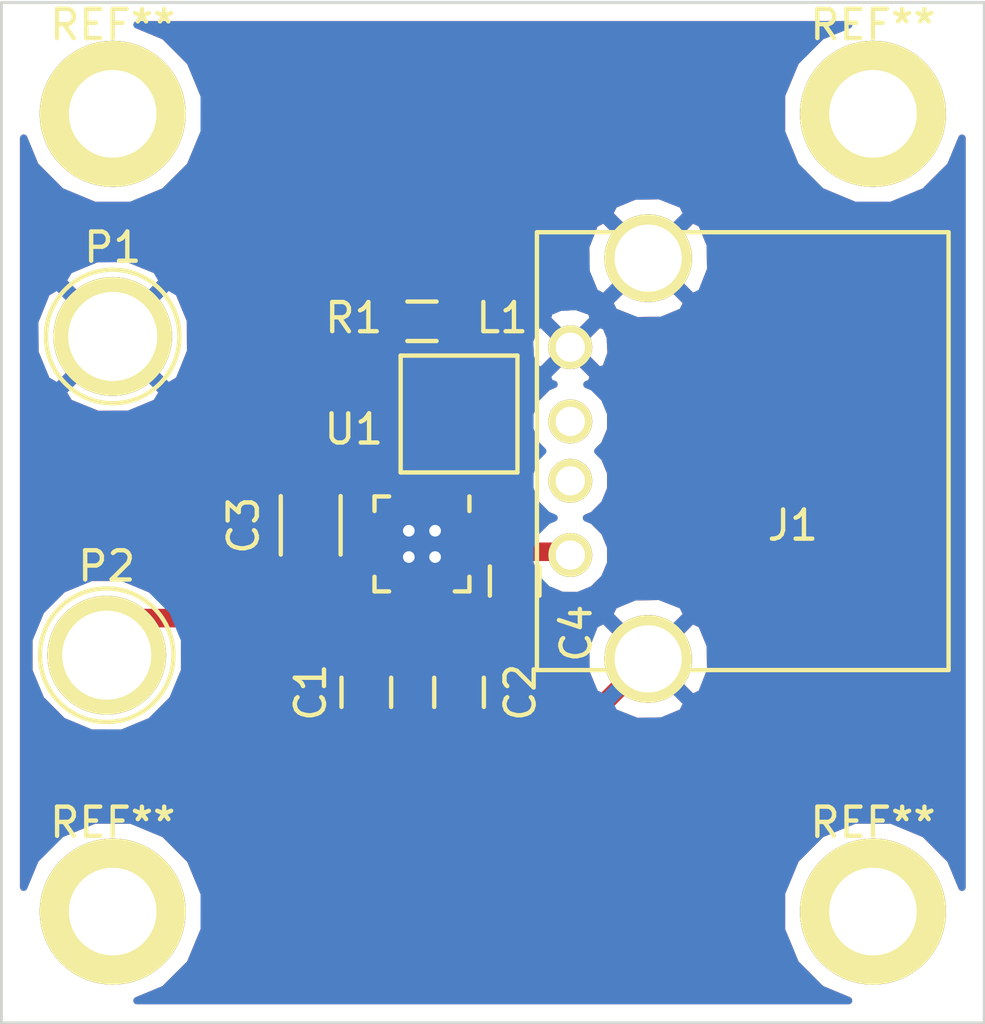
<source format=kicad_pcb>
(kicad_pcb (version 4) (host pcbnew "(2015-07-31 BZR 6030)-product")

  (general
    (links 31)
    (no_connects 0)
    (area 149.379999 88.322 183.135001 123.769)
    (thickness 1.6)
    (drawings 5)
    (tracks 70)
    (zones 0)
    (modules 14)
    (nets 9)
  )

  (page A4)
  (layers
    (0 F.Cu signal)
    (31 B.Cu signal)
    (32 B.Adhes user)
    (33 F.Adhes user)
    (34 B.Paste user)
    (35 F.Paste user)
    (36 B.SilkS user)
    (37 F.SilkS user)
    (38 B.Mask user)
    (39 F.Mask user)
    (40 Dwgs.User user)
    (41 Cmts.User user)
    (42 Eco1.User user)
    (43 Eco2.User user)
    (44 Edge.Cuts user)
    (45 Margin user)
    (46 B.CrtYd user)
    (47 F.CrtYd user)
    (48 B.Fab user)
    (49 F.Fab user)
  )

  (setup
    (last_trace_width 0.25)
    (user_trace_width 0.635)
    (trace_clearance 0.2)
    (zone_clearance 0.508)
    (zone_45_only no)
    (trace_min 0.2)
    (segment_width 0.2)
    (edge_width 0.1)
    (via_size 0.6)
    (via_drill 0.4)
    (via_min_size 0.4)
    (via_min_drill 0.3)
    (uvia_size 0.3)
    (uvia_drill 0.1)
    (uvias_allowed no)
    (uvia_min_size 0.2)
    (uvia_min_drill 0.1)
    (pcb_text_width 0.3)
    (pcb_text_size 1.5 1.5)
    (mod_edge_width 0.15)
    (mod_text_size 1 1)
    (mod_text_width 0.15)
    (pad_size 5 5)
    (pad_drill 3)
    (pad_to_mask_clearance 0)
    (aux_axis_origin 0 0)
    (grid_origin 164.035 107.2)
    (visible_elements FFFFFF7F)
    (pcbplotparams
      (layerselection 0x010f0_80000001)
      (usegerberextensions false)
      (excludeedgelayer true)
      (linewidth 0.100000)
      (plotframeref false)
      (viasonmask false)
      (mode 1)
      (useauxorigin false)
      (hpglpennumber 1)
      (hpglpenspeed 20)
      (hpglpendiameter 15)
      (hpglpenoverlay 2)
      (psnegative false)
      (psa4output false)
      (plotreference true)
      (plotvalue true)
      (plotinvisibletext false)
      (padsonsilk false)
      (subtractmaskfromsilk false)
      (outputformat 1)
      (mirror false)
      (drillshape 0)
      (scaleselection 1)
      (outputdirectory ""))
  )

  (net 0 "")
  (net 1 GND)
  (net 2 "Net-(C3-Pad1)")
  (net 3 "Net-(C4-Pad1)")
  (net 4 "Net-(J1-Pad3)")
  (net 5 "Net-(J1-Pad2)")
  (net 6 "Net-(L1-Pad1)")
  (net 7 "Net-(R1-Pad2)")
  (net 8 "Net-(C1-Pad1)")

  (net_class Default "This is the default net class."
    (clearance 0.2)
    (trace_width 0.25)
    (via_dia 0.6)
    (via_drill 0.4)
    (uvia_dia 0.3)
    (uvia_drill 0.1)
    (add_net GND)
    (add_net "Net-(C1-Pad1)")
    (add_net "Net-(C3-Pad1)")
    (add_net "Net-(C4-Pad1)")
    (add_net "Net-(J1-Pad2)")
    (add_net "Net-(J1-Pad3)")
    (add_net "Net-(L1-Pad1)")
    (add_net "Net-(R1-Pad2)")
  )

  (net_class Power ""
    (clearance 0.3)
    (trace_width 0.635)
    (via_dia 0.6)
    (via_drill 0.4)
    (uvia_dia 0.3)
    (uvia_drill 0.1)
  )

  (module Connect:1pin (layer F.Cu) (tedit 55DC7842) (tstamp 55DCF425)
    (at 153.24 119.9)
    (descr "module 1 pin (ou trou mecanique de percage)")
    (tags DEV)
    (fp_text reference REF** (at 0 -3.048) (layer F.SilkS)
      (effects (font (size 1 1) (thickness 0.15)))
    )
    (fp_text value 1pin (at 0 2.794) (layer F.Fab)
      (effects (font (size 1 1) (thickness 0.15)))
    )
    (fp_circle (center 0 0) (end 0 -2.286) (layer F.SilkS) (width 0.15))
    (pad 1 thru_hole circle (at 0 0) (size 5 5) (drill 3) (layers *.Cu *.Mask F.SilkS))
  )

  (module Connect:1pin (layer F.Cu) (tedit 55DC7842) (tstamp 55DCF416)
    (at 179.275 119.9)
    (descr "module 1 pin (ou trou mecanique de percage)")
    (tags DEV)
    (fp_text reference REF** (at 0 -3.048) (layer F.SilkS)
      (effects (font (size 1 1) (thickness 0.15)))
    )
    (fp_text value 1pin (at 0 2.794) (layer F.Fab)
      (effects (font (size 1 1) (thickness 0.15)))
    )
    (fp_circle (center 0 0) (end 0 -2.286) (layer F.SilkS) (width 0.15))
    (pad 1 thru_hole circle (at 0 0) (size 5 5) (drill 3) (layers *.Cu *.Mask F.SilkS))
  )

  (module Connect:1pin (layer F.Cu) (tedit 55DC7842) (tstamp 55DCF410)
    (at 179.275 92.595)
    (descr "module 1 pin (ou trou mecanique de percage)")
    (tags DEV)
    (fp_text reference REF** (at 0 -3.048) (layer F.SilkS)
      (effects (font (size 1 1) (thickness 0.15)))
    )
    (fp_text value 1pin (at 0 2.794) (layer F.Fab)
      (effects (font (size 1 1) (thickness 0.15)))
    )
    (fp_circle (center 0 0) (end 0 -2.286) (layer F.SilkS) (width 0.15))
    (pad 1 thru_hole circle (at 0 0) (size 5 5) (drill 3) (layers *.Cu *.Mask F.SilkS))
  )

  (module Capacitors_SMD:C_0805 (layer F.Cu) (tedit 55DC7022) (tstamp 55DC6F9C)
    (at 161.925 112.395 270)
    (descr "Capacitor SMD 0805, reflow soldering, AVX (see smccp.pdf)")
    (tags "capacitor 0805")
    (path /55365720)
    (attr smd)
    (fp_text reference C1 (at 0 1.905 270) (layer F.SilkS)
      (effects (font (size 1 1) (thickness 0.15)))
    )
    (fp_text value 10u (at 0 2.1 270) (layer F.Fab)
      (effects (font (size 1 1) (thickness 0.15)))
    )
    (fp_line (start -1.8 -1) (end 1.8 -1) (layer F.CrtYd) (width 0.05))
    (fp_line (start -1.8 1) (end 1.8 1) (layer F.CrtYd) (width 0.05))
    (fp_line (start -1.8 -1) (end -1.8 1) (layer F.CrtYd) (width 0.05))
    (fp_line (start 1.8 -1) (end 1.8 1) (layer F.CrtYd) (width 0.05))
    (fp_line (start 0.5 -0.85) (end -0.5 -0.85) (layer F.SilkS) (width 0.15))
    (fp_line (start -0.5 0.85) (end 0.5 0.85) (layer F.SilkS) (width 0.15))
    (pad 1 smd rect (at -1 0 270) (size 1 1.25) (layers F.Cu F.Paste F.Mask)
      (net 8 "Net-(C1-Pad1)"))
    (pad 2 smd rect (at 1 0 270) (size 1 1.25) (layers F.Cu F.Paste F.Mask)
      (net 1 GND))
    (model Capacitors_SMD.3dshapes/C_0805.wrl
      (at (xyz 0 0 0))
      (scale (xyz 1 1 1))
      (rotate (xyz 0 0 0))
    )
  )

  (module Capacitors_SMD:C_0805 (layer F.Cu) (tedit 5415D6EA) (tstamp 55DC6FA8)
    (at 165.1 112.395 270)
    (descr "Capacitor SMD 0805, reflow soldering, AVX (see smccp.pdf)")
    (tags "capacitor 0805")
    (path /553652BE)
    (attr smd)
    (fp_text reference C2 (at 0 -2.1 270) (layer F.SilkS)
      (effects (font (size 1 1) (thickness 0.15)))
    )
    (fp_text value 0.1u (at 0 2.1 270) (layer F.Fab)
      (effects (font (size 1 1) (thickness 0.15)))
    )
    (fp_line (start -1.8 -1) (end 1.8 -1) (layer F.CrtYd) (width 0.05))
    (fp_line (start -1.8 1) (end 1.8 1) (layer F.CrtYd) (width 0.05))
    (fp_line (start -1.8 -1) (end -1.8 1) (layer F.CrtYd) (width 0.05))
    (fp_line (start 1.8 -1) (end 1.8 1) (layer F.CrtYd) (width 0.05))
    (fp_line (start 0.5 -0.85) (end -0.5 -0.85) (layer F.SilkS) (width 0.15))
    (fp_line (start -0.5 0.85) (end 0.5 0.85) (layer F.SilkS) (width 0.15))
    (pad 1 smd rect (at -1 0 270) (size 1 1.25) (layers F.Cu F.Paste F.Mask)
      (net 8 "Net-(C1-Pad1)"))
    (pad 2 smd rect (at 1 0 270) (size 1 1.25) (layers F.Cu F.Paste F.Mask)
      (net 1 GND))
    (model Capacitors_SMD.3dshapes/C_0805.wrl
      (at (xyz 0 0 0))
      (scale (xyz 1 1 1))
      (rotate (xyz 0 0 0))
    )
  )

  (module Capacitors_SMD:C_1206 (layer F.Cu) (tedit 5415D7BD) (tstamp 55DC6FB4)
    (at 160.02 106.68 90)
    (descr "Capacitor SMD 1206, reflow soldering, AVX (see smccp.pdf)")
    (tags "capacitor 1206")
    (path /55365359)
    (attr smd)
    (fp_text reference C3 (at 0 -2.3 90) (layer F.SilkS)
      (effects (font (size 1 1) (thickness 0.15)))
    )
    (fp_text value 3.3n (at 0 2.3 90) (layer F.Fab)
      (effects (font (size 1 1) (thickness 0.15)))
    )
    (fp_line (start -2.3 -1.15) (end 2.3 -1.15) (layer F.CrtYd) (width 0.05))
    (fp_line (start -2.3 1.15) (end 2.3 1.15) (layer F.CrtYd) (width 0.05))
    (fp_line (start -2.3 -1.15) (end -2.3 1.15) (layer F.CrtYd) (width 0.05))
    (fp_line (start 2.3 -1.15) (end 2.3 1.15) (layer F.CrtYd) (width 0.05))
    (fp_line (start 1 -1.025) (end -1 -1.025) (layer F.SilkS) (width 0.15))
    (fp_line (start -1 1.025) (end 1 1.025) (layer F.SilkS) (width 0.15))
    (pad 1 smd rect (at -1.5 0 90) (size 1 1.6) (layers F.Cu F.Paste F.Mask)
      (net 2 "Net-(C3-Pad1)"))
    (pad 2 smd rect (at 1.5 0 90) (size 1 1.6) (layers F.Cu F.Paste F.Mask)
      (net 1 GND))
    (model Capacitors_SMD.3dshapes/C_1206.wrl
      (at (xyz 0 0 0))
      (scale (xyz 1 1 1))
      (rotate (xyz 0 0 0))
    )
  )

  (module Capacitors_SMD:C_0805 (layer F.Cu) (tedit 55DC7719) (tstamp 55DC6FC0)
    (at 167.005 108.585 270)
    (descr "Capacitor SMD 0805, reflow soldering, AVX (see smccp.pdf)")
    (tags "capacitor 0805")
    (path /55365C06)
    (attr smd)
    (fp_text reference C4 (at 1.79 -2.11 270) (layer F.SilkS)
      (effects (font (size 1 1) (thickness 0.15)))
    )
    (fp_text value 22u (at 0 2.1 270) (layer F.Fab)
      (effects (font (size 1 1) (thickness 0.15)))
    )
    (fp_line (start -1.8 -1) (end 1.8 -1) (layer F.CrtYd) (width 0.05))
    (fp_line (start -1.8 1) (end 1.8 1) (layer F.CrtYd) (width 0.05))
    (fp_line (start -1.8 -1) (end -1.8 1) (layer F.CrtYd) (width 0.05))
    (fp_line (start 1.8 -1) (end 1.8 1) (layer F.CrtYd) (width 0.05))
    (fp_line (start 0.5 -0.85) (end -0.5 -0.85) (layer F.SilkS) (width 0.15))
    (fp_line (start -0.5 0.85) (end 0.5 0.85) (layer F.SilkS) (width 0.15))
    (pad 1 smd rect (at -1 0 270) (size 1 1.25) (layers F.Cu F.Paste F.Mask)
      (net 3 "Net-(C4-Pad1)"))
    (pad 2 smd rect (at 1 0 270) (size 1 1.25) (layers F.Cu F.Paste F.Mask)
      (net 1 GND))
    (model Capacitors_SMD.3dshapes/C_0805.wrl
      (at (xyz 0 0 0))
      (scale (xyz 1 1 1))
      (rotate (xyz 0 0 0))
    )
  )

  (module Connect:USB_A (layer F.Cu) (tedit 0) (tstamp 55DC6FCE)
    (at 168.91 104.14)
    (path /5536550B)
    (fp_text reference J1 (at 7.62 2.54) (layer F.SilkS)
      (effects (font (size 1 1) (thickness 0.15)))
    )
    (fp_text value USB (at 7.62 -2.54) (layer F.Fab)
      (effects (font (size 1 1) (thickness 0.15)))
    )
    (fp_line (start -1.143 -7.493) (end 12.954 -7.493) (layer F.SilkS) (width 0.15))
    (fp_line (start 12.954 7.493) (end -1.143 7.493) (layer F.SilkS) (width 0.15))
    (fp_line (start -1.143 -7.493) (end -1.143 7.493) (layer F.SilkS) (width 0.15))
    (fp_line (start 12.954 -7.493) (end 12.954 7.493) (layer F.SilkS) (width 0.15))
    (pad 4 thru_hole circle (at 0 -3.556) (size 1.50114 1.50114) (drill 1.00076) (layers *.Cu *.Mask F.SilkS)
      (net 1 GND))
    (pad 3 thru_hole circle (at 0 -1.016) (size 1.50114 1.50114) (drill 1.00076) (layers *.Cu *.Mask F.SilkS)
      (net 4 "Net-(J1-Pad3)"))
    (pad 2 thru_hole circle (at 0 1.016) (size 1.50114 1.50114) (drill 1.00076) (layers *.Cu *.Mask F.SilkS)
      (net 5 "Net-(J1-Pad2)"))
    (pad 1 thru_hole circle (at 0 3.556) (size 1.50114 1.50114) (drill 1.00076) (layers *.Cu *.Mask F.SilkS)
      (net 3 "Net-(C4-Pad1)"))
    (pad 5 thru_hole circle (at 2.667 -6.604) (size 2.99974 2.99974) (drill 2.30124) (layers *.Cu *.Mask F.SilkS)
      (net 1 GND))
    (pad 6 thru_hole circle (at 2.667 7.112) (size 2.99974 2.99974) (drill 2.30124) (layers *.Cu *.Mask F.SilkS)
      (net 1 GND))
    (model Connect.3dshapes/USB_A.wrl
      (at (xyz 0 0 0))
      (scale (xyz 1 1 1))
      (rotate (xyz 0 0 0))
    )
  )

  (module custom_footprints:Coilcraft_XFL4020 (layer F.Cu) (tedit 55DC76F9) (tstamp 55DC6FD8)
    (at 165.1 102.87)
    (path /55365415)
    (fp_text reference L1 (at 1.475 -3.29) (layer F.SilkS)
      (effects (font (size 1 1) (thickness 0.15)))
    )
    (fp_text value 22u (at 0 -3.08) (layer F.Fab)
      (effects (font (size 1 1) (thickness 0.15)))
    )
    (fp_line (start -2 2) (end -2 -2) (layer F.SilkS) (width 0.15))
    (fp_line (start -2 2) (end 2 2) (layer F.SilkS) (width 0.15))
    (fp_line (start 2 2) (end 2 -2) (layer F.SilkS) (width 0.15))
    (fp_line (start 2 -2) (end -2 -2) (layer F.SilkS) (width 0.15))
    (pad 1 smd rect (at -1.355 0) (size 0.98 3.4) (layers F.Cu F.Paste F.Mask)
      (net 6 "Net-(L1-Pad1)"))
    (pad 2 smd rect (at 1.185 0) (size 0.98 3.4) (layers F.Cu F.Paste F.Mask)
      (net 3 "Net-(C4-Pad1)"))
  )

  (module Resistors_SMD:R_0603 (layer F.Cu) (tedit 55DC76FF) (tstamp 55DC6FE4)
    (at 163.83 99.695 180)
    (descr "Resistor SMD 0603, reflow soldering, Vishay (see dcrcw.pdf)")
    (tags "resistor 0603")
    (path /553655ED)
    (attr smd)
    (fp_text reference R1 (at 2.335 0.115 180) (layer F.SilkS)
      (effects (font (size 1 1) (thickness 0.15)))
    )
    (fp_text value 100k (at 0 1.9 180) (layer F.Fab)
      (effects (font (size 1 1) (thickness 0.15)))
    )
    (fp_line (start -1.3 -0.8) (end 1.3 -0.8) (layer F.CrtYd) (width 0.05))
    (fp_line (start -1.3 0.8) (end 1.3 0.8) (layer F.CrtYd) (width 0.05))
    (fp_line (start -1.3 -0.8) (end -1.3 0.8) (layer F.CrtYd) (width 0.05))
    (fp_line (start 1.3 -0.8) (end 1.3 0.8) (layer F.CrtYd) (width 0.05))
    (fp_line (start 0.5 0.675) (end -0.5 0.675) (layer F.SilkS) (width 0.15))
    (fp_line (start -0.5 -0.675) (end 0.5 -0.675) (layer F.SilkS) (width 0.15))
    (pad 1 smd rect (at -0.75 0 180) (size 0.5 0.9) (layers F.Cu F.Paste F.Mask)
      (net 3 "Net-(C4-Pad1)"))
    (pad 2 smd rect (at 0.75 0 180) (size 0.5 0.9) (layers F.Cu F.Paste F.Mask)
      (net 7 "Net-(R1-Pad2)"))
    (model Resistors_SMD.3dshapes/R_0603.wrl
      (at (xyz 0 0 0))
      (scale (xyz 1 1 1))
      (rotate (xyz 0 0 0))
    )
  )

  (module Housings_DFN_QFN:QFN-16-1EP_3x3mm_Pitch0.5mm (layer F.Cu) (tedit 55DC7709) (tstamp 55DC7007)
    (at 163.83 107.315 270)
    (descr "16-Lead Plastic Quad Flat, No Lead Package (NG) - 3x3x0.9 mm Body [QFN]; (see Microchip Packaging Specification 00000049BS.pdf)")
    (tags "QFN 0.5")
    (path /55DAB52A)
    (clearance 0.1)
    (attr smd)
    (fp_text reference U1 (at -3.925 2.335 360) (layer F.SilkS)
      (effects (font (size 1 1) (thickness 0.15)))
    )
    (fp_text value TPS62133 (at 0 2.85 270) (layer F.Fab)
      (effects (font (size 1 1) (thickness 0.15)))
    )
    (fp_line (start -2.1 -2.1) (end -2.1 2.1) (layer F.CrtYd) (width 0.05))
    (fp_line (start 2.1 -2.1) (end 2.1 2.1) (layer F.CrtYd) (width 0.05))
    (fp_line (start -2.1 -2.1) (end 2.1 -2.1) (layer F.CrtYd) (width 0.05))
    (fp_line (start -2.1 2.1) (end 2.1 2.1) (layer F.CrtYd) (width 0.05))
    (fp_line (start 1.625 -1.625) (end 1.625 -1.125) (layer F.SilkS) (width 0.15))
    (fp_line (start -1.625 1.625) (end -1.625 1.125) (layer F.SilkS) (width 0.15))
    (fp_line (start 1.625 1.625) (end 1.625 1.125) (layer F.SilkS) (width 0.15))
    (fp_line (start -1.625 -1.625) (end -1.125 -1.625) (layer F.SilkS) (width 0.15))
    (fp_line (start -1.625 1.625) (end -1.125 1.625) (layer F.SilkS) (width 0.15))
    (fp_line (start 1.625 1.625) (end 1.125 1.625) (layer F.SilkS) (width 0.15))
    (fp_line (start 1.625 -1.625) (end 1.125 -1.625) (layer F.SilkS) (width 0.15))
    (pad 1 smd oval (at -1.475 -0.75 270) (size 0.75 0.3) (layers F.Cu F.Paste F.Mask)
      (net 6 "Net-(L1-Pad1)"))
    (pad 2 smd oval (at -1.475 -0.25 270) (size 0.75 0.3) (layers F.Cu F.Paste F.Mask)
      (net 6 "Net-(L1-Pad1)"))
    (pad 3 smd oval (at -1.475 0.25 270) (size 0.75 0.3) (layers F.Cu F.Paste F.Mask)
      (net 6 "Net-(L1-Pad1)"))
    (pad 4 smd oval (at -1.475 0.75 270) (size 0.75 0.3) (layers F.Cu F.Paste F.Mask)
      (net 7 "Net-(R1-Pad2)"))
    (pad 5 smd oval (at -0.75 1.475) (size 0.75 0.3) (layers F.Cu F.Paste F.Mask)
      (net 1 GND))
    (pad 6 smd oval (at -0.25 1.475) (size 0.75 0.3) (layers F.Cu F.Paste F.Mask))
    (pad 7 smd oval (at 0.25 1.475) (size 0.75 0.3) (layers F.Cu F.Paste F.Mask)
      (net 1 GND))
    (pad 8 smd oval (at 0.75 1.475) (size 0.75 0.3) (layers F.Cu F.Paste F.Mask)
      (net 1 GND))
    (pad 9 smd oval (at 1.475 0.75 270) (size 0.75 0.3) (layers F.Cu F.Paste F.Mask)
      (net 2 "Net-(C3-Pad1)"))
    (pad 10 smd oval (at 1.475 0.25 270) (size 0.75 0.3) (layers F.Cu F.Paste F.Mask)
      (net 8 "Net-(C1-Pad1)"))
    (pad 11 smd oval (at 1.475 -0.25 270) (size 0.75 0.3) (layers F.Cu F.Paste F.Mask)
      (net 8 "Net-(C1-Pad1)"))
    (pad 12 smd oval (at 1.475 -0.75 270) (size 0.75 0.3) (layers F.Cu F.Paste F.Mask)
      (net 8 "Net-(C1-Pad1)"))
    (pad 13 smd oval (at 0.75 -1.475) (size 0.75 0.3) (layers F.Cu F.Paste F.Mask)
      (net 8 "Net-(C1-Pad1)"))
    (pad 14 smd oval (at 0.25 -1.475) (size 0.75 0.3) (layers F.Cu F.Paste F.Mask)
      (net 3 "Net-(C4-Pad1)"))
    (pad 15 smd oval (at -0.25 -1.475) (size 0.75 0.3) (layers F.Cu F.Paste F.Mask)
      (net 1 GND))
    (pad 16 smd oval (at -0.75 -1.475) (size 0.75 0.3) (layers F.Cu F.Paste F.Mask)
      (net 1 GND))
    (pad 17 smd rect (at 0.45 0.45 270) (size 0.9 0.9) (layers F.Cu F.Paste F.Mask)
      (net 1 GND) (solder_paste_margin_ratio -0.2))
    (pad 17 smd rect (at 0.45 -0.45 270) (size 0.9 0.9) (layers F.Cu F.Paste F.Mask)
      (net 1 GND) (solder_paste_margin_ratio -0.2))
    (pad 17 smd rect (at -0.45 0.45 270) (size 0.9 0.9) (layers F.Cu F.Paste F.Mask)
      (net 1 GND) (solder_paste_margin_ratio -0.2))
    (pad 17 smd rect (at -0.45 -0.45 270) (size 0.9 0.9) (layers F.Cu F.Paste F.Mask)
      (net 1 GND) (solder_paste_margin_ratio -0.2))
    (model Housings_DFN_QFN.3dshapes/QFN-16-1EP_3x3mm_Pitch0.5mm.wrl
      (at (xyz 0 0 0))
      (scale (xyz 1 1 1))
      (rotate (xyz 0 0 0))
    )
  )

  (module Connect:1pin (layer F.Cu) (tedit 0) (tstamp 55DCF291)
    (at 153.24 100.215)
    (descr "module 1 pin (ou trou mecanique de percage)")
    (tags DEV)
    (path /55DC75EC)
    (fp_text reference P1 (at 0 -3.048) (layer F.SilkS)
      (effects (font (size 1 1) (thickness 0.15)))
    )
    (fp_text value GND (at 0 2.794) (layer F.Fab)
      (effects (font (size 1 1) (thickness 0.15)))
    )
    (fp_circle (center 0 0) (end 0 -2.286) (layer F.SilkS) (width 0.15))
    (pad 1 thru_hole circle (at 0 0) (size 4.064 4.064) (drill 3.048) (layers *.Cu *.Mask F.SilkS)
      (net 1 GND))
  )

  (module Connect:1pin (layer F.Cu) (tedit 0) (tstamp 55DCF297)
    (at 153.035 111.125)
    (descr "module 1 pin (ou trou mecanique de percage)")
    (tags DEV)
    (path /55DC745F)
    (fp_text reference P2 (at 0 -3.048) (layer F.SilkS)
      (effects (font (size 1 1) (thickness 0.15)))
    )
    (fp_text value BATT+ (at 0 2.794) (layer F.Fab)
      (effects (font (size 1 1) (thickness 0.15)))
    )
    (fp_circle (center 0 0) (end 0 -2.286) (layer F.SilkS) (width 0.15))
    (pad 1 thru_hole circle (at 0 0) (size 4.064 4.064) (drill 3.048) (layers *.Cu *.Mask F.SilkS)
      (net 8 "Net-(C1-Pad1)"))
  )

  (module Connect:1pin (layer F.Cu) (tedit 55DC7842) (tstamp 55DCF3E3)
    (at 153.24 92.595)
    (descr "module 1 pin (ou trou mecanique de percage)")
    (tags DEV)
    (fp_text reference REF** (at 0 -3.048) (layer F.SilkS)
      (effects (font (size 1 1) (thickness 0.15)))
    )
    (fp_text value 1pin (at 0 2.794) (layer F.Fab)
      (effects (font (size 1 1) (thickness 0.15)))
    )
    (fp_circle (center 0 0) (end 0 -2.286) (layer F.SilkS) (width 0.15))
    (pad 1 thru_hole circle (at 0 0) (size 5 5) (drill 3) (layers *.Cu *.Mask F.SilkS))
  )

  (gr_line (start 149.43 123.71) (end 149.43 88.785) (angle 90) (layer Edge.Cuts) (width 0.1))
  (gr_line (start 183.085 123.71) (end 149.43 123.71) (angle 90) (layer Edge.Cuts) (width 0.1))
  (gr_line (start 183.085 88.785) (end 183.085 123.71) (angle 90) (layer Edge.Cuts) (width 0.1))
  (gr_line (start 179.91 88.785) (end 183.085 88.785) (angle 90) (layer Edge.Cuts) (width 0.1))
  (gr_line (start 149.43 88.785) (end 179.91 88.785) (angle 90) (layer Edge.Cuts) (width 0.1))

  (via (at 164.28 107.765) (size 0.6) (drill 0.4) (layers F.Cu B.Cu) (net 1))
  (segment (start 164.035 107.835) (end 164.21 107.835) (width 0.25) (layer B.Cu) (net 1) (tstamp 55DCF371))
  (segment (start 164.21 107.835) (end 164.28 107.765) (width 0.25) (layer B.Cu) (net 1) (tstamp 55DCF370))
  (via (at 163.38 107.765) (size 0.6) (drill 0.4) (layers F.Cu B.Cu) (net 1))
  (segment (start 163.4 107.835) (end 163.4 107.785) (width 0.25) (layer B.Cu) (net 1) (tstamp 55DCF36C))
  (segment (start 163.4 107.785) (end 163.38 107.765) (width 0.25) (layer B.Cu) (net 1) (tstamp 55DCF36B))
  (via (at 163.38 106.865) (size 0.6) (drill 0.4) (layers F.Cu B.Cu) (net 1))
  (segment (start 163.08 106.565) (end 163.38 106.865) (width 0.25) (layer F.Cu) (net 1) (tstamp 55DCF338))
  (segment (start 163.4 106.885) (end 163.4 107.2) (width 0.25) (layer B.Cu) (net 1) (tstamp 55DCF366))
  (segment (start 163.38 106.865) (end 163.4 106.885) (width 0.25) (layer B.Cu) (net 1) (tstamp 55DCF365))
  (via (at 164.28 106.865) (size 0.6) (drill 0.4) (layers F.Cu B.Cu) (net 1))
  (segment (start 164.035 107.2) (end 164.035 107.11) (width 0.25) (layer B.Cu) (net 1) (tstamp 55DCF360))
  (segment (start 164.035 107.11) (end 164.28 106.865) (width 0.25) (layer B.Cu) (net 1) (tstamp 55DCF35F))
  (segment (start 160.02 105.18) (end 160.97 105.18) (width 0.25) (layer F.Cu) (net 1))
  (segment (start 160.97 105.18) (end 162.355 106.565) (width 0.25) (layer F.Cu) (net 1) (tstamp 55DCF350))
  (segment (start 167.005 109.585) (end 167.005 113.55) (width 0.635) (layer F.Cu) (net 1))
  (segment (start 161.925 113.395) (end 165.1 113.395) (width 0.635) (layer F.Cu) (net 1))
  (segment (start 165.1 113.395) (end 165.255 113.55) (width 0.635) (layer F.Cu) (net 1) (tstamp 55DCF346))
  (segment (start 165.255 113.55) (end 167.005 113.55) (width 0.635) (layer F.Cu) (net 1) (tstamp 55DCF347))
  (segment (start 167.005 113.55) (end 169.279 113.55) (width 0.635) (layer F.Cu) (net 1) (tstamp 55DCF34D))
  (segment (start 169.279 113.55) (end 171.577 111.252) (width 0.635) (layer F.Cu) (net 1) (tstamp 55DCF348))
  (segment (start 162.355 106.565) (end 163.08 106.565) (width 0.25) (layer F.Cu) (net 1))
  (segment (start 165.305 107.065) (end 164.48 107.065) (width 0.25) (layer F.Cu) (net 1))
  (segment (start 164.48 107.065) (end 164.28 106.865) (width 0.25) (layer F.Cu) (net 1) (tstamp 55DCF335))
  (segment (start 165.305 106.565) (end 164.58 106.565) (width 0.25) (layer F.Cu) (net 1))
  (segment (start 164.58 106.565) (end 164.28 106.865) (width 0.25) (layer F.Cu) (net 1) (tstamp 55DCF332))
  (segment (start 162.355 108.065) (end 163.08 108.065) (width 0.25) (layer F.Cu) (net 1))
  (segment (start 163.08 108.065) (end 163.38 107.765) (width 0.25) (layer F.Cu) (net 1) (tstamp 55DCF323))
  (segment (start 162.355 107.565) (end 163.18 107.565) (width 0.25) (layer F.Cu) (net 1))
  (segment (start 163.18 107.565) (end 163.38 107.765) (width 0.25) (layer F.Cu) (net 1) (tstamp 55DCF320))
  (segment (start 163.08 108.79) (end 160.63 108.79) (width 0.25) (layer F.Cu) (net 2))
  (segment (start 160.63 108.79) (end 160.02 108.18) (width 0.25) (layer F.Cu) (net 2) (tstamp 55DCF31C))
  (segment (start 165.305 107.565) (end 166.985 107.565) (width 0.25) (layer F.Cu) (net 3))
  (segment (start 166.985 107.565) (end 167.005 107.585) (width 0.25) (layer F.Cu) (net 3) (tstamp 55DCF32A))
  (segment (start 164.58 99.695) (end 166.285 101.4) (width 0.635) (layer F.Cu) (net 3))
  (segment (start 166.285 101.4) (end 166.285 102.87) (width 0.635) (layer F.Cu) (net 3) (tstamp 55DCF2FE))
  (segment (start 166.285 102.87) (end 167.005 103.59) (width 0.635) (layer F.Cu) (net 3))
  (segment (start 167.005 103.59) (end 167.005 107.585) (width 0.635) (layer F.Cu) (net 3) (tstamp 55DCF2F9))
  (segment (start 167.005 107.585) (end 168.799 107.585) (width 0.635) (layer F.Cu) (net 3) (tstamp 55DCF2FA))
  (segment (start 168.799 107.585) (end 168.91 107.696) (width 0.635) (layer F.Cu) (net 3) (tstamp 55DCF2FB))
  (segment (start 164.58 105.84) (end 163.58 105.84) (width 0.25) (layer F.Cu) (net 6))
  (segment (start 163.58 105.84) (end 163.785 106.045) (width 0.25) (layer F.Cu) (net 6))
  (segment (start 163.785 106.045) (end 164.465 106.045) (width 0.25) (layer F.Cu) (net 6) (tstamp 55DCF2F4))
  (segment (start 164.465 106.045) (end 164.58 105.84) (width 0.25) (layer F.Cu) (net 6) (tstamp 55DCF2F6))
  (segment (start 164.58 105.84) (end 163.745 105.005) (width 0.25) (layer F.Cu) (net 6))
  (segment (start 163.745 105.005) (end 163.745 102.87) (width 0.25) (layer F.Cu) (net 6) (tstamp 55DCF2F1))
  (segment (start 163.58 105.84) (end 163.625 105.84) (width 0.25) (layer F.Cu) (net 6))
  (segment (start 163.625 105.84) (end 163.745 105.72) (width 0.25) (layer F.Cu) (net 6) (tstamp 55DCF2ED))
  (segment (start 163.745 105.72) (end 163.745 102.87) (width 0.25) (layer F.Cu) (net 6) (tstamp 55DCF2EE))
  (segment (start 164.08 105.84) (end 164.08 103.205) (width 0.635) (layer F.Cu) (net 6))
  (segment (start 164.08 103.205) (end 163.745 102.87) (width 0.635) (layer F.Cu) (net 6) (tstamp 55DCF2E9))
  (segment (start 163.08 105.84) (end 163.08 105.295) (width 0.25) (layer F.Cu) (net 7))
  (segment (start 162.56 100.215) (end 163.08 99.695) (width 0.25) (layer F.Cu) (net 7) (tstamp 55DCF2DF))
  (segment (start 162.56 104.775) (end 162.56 100.215) (width 0.25) (layer F.Cu) (net 7) (tstamp 55DCF2DE))
  (segment (start 163.08 105.295) (end 162.56 104.775) (width 0.25) (layer F.Cu) (net 7) (tstamp 55DCF2DD))
  (segment (start 163.58 108.79) (end 164.08 108.79) (width 0.25) (layer F.Cu) (net 8))
  (segment (start 165.305 108.065) (end 165.305 109.105) (width 0.25) (layer F.Cu) (net 8))
  (segment (start 165.305 109.105) (end 165.1 109.31) (width 0.25) (layer F.Cu) (net 8) (tstamp 55DCF327))
  (segment (start 163.58 108.79) (end 164.465 109.675) (width 0.25) (layer F.Cu) (net 8))
  (segment (start 164.08 108.79) (end 164.465 109.175) (width 0.635) (layer F.Cu) (net 8))
  (segment (start 164.465 109.175) (end 164.465 109.675) (width 0.635) (layer F.Cu) (net 8) (tstamp 55DCF312))
  (segment (start 164.465 109.675) (end 164.465 109.855) (width 0.635) (layer F.Cu) (net 8) (tstamp 55DCF318))
  (segment (start 164.58 108.79) (end 165.1 109.31) (width 0.635) (layer F.Cu) (net 8))
  (segment (start 165.1 109.31) (end 165.1 109.855) (width 0.635) (layer F.Cu) (net 8) (tstamp 55DCF30F))
  (segment (start 165.1 111.395) (end 165.1 109.855) (width 0.635) (layer F.Cu) (net 8))
  (segment (start 164.465 109.855) (end 161.925 109.855) (width 0.635) (layer F.Cu) (net 8) (tstamp 55DCF30A))
  (segment (start 165.1 109.855) (end 164.465 109.855) (width 0.635) (layer F.Cu) (net 8) (tstamp 55DCF30C))
  (segment (start 161.925 111.395) (end 161.925 109.855) (width 0.635) (layer F.Cu) (net 8))
  (segment (start 153.035 111.125) (end 154.305 109.855) (width 0.635) (layer F.Cu) (net 8))
  (segment (start 154.305 109.855) (end 161.925 109.855) (width 0.635) (layer F.Cu) (net 8) (tstamp 55DCF305))

  (zone (net 1) (net_name GND) (layer B.Cu) (tstamp 55DCF33D) (hatch edge 0.508)
    (connect_pads (clearance 0.508))
    (min_thickness 0.254)
    (fill yes (arc_segments 16) (thermal_gap 0.508) (thermal_bridge_width 0.508))
    (polygon
      (pts
        (xy 182.45 123.075) (xy 150.065 123.075) (xy 150.065 89.42) (xy 182.45 89.42) (xy 182.45 123.075)
      )
    )
    (filled_polygon
      (pts
        (xy 177.501485 89.935727) (xy 176.618826 90.816847) (xy 176.140546 91.968674) (xy 176.139457 93.215854) (xy 176.615727 94.368515)
        (xy 177.496847 95.251174) (xy 178.648674 95.729454) (xy 179.895854 95.730543) (xy 181.048515 95.254273) (xy 181.931174 94.373153)
        (xy 182.323 93.429531) (xy 182.323 119.067276) (xy 181.934273 118.126485) (xy 181.053153 117.243826) (xy 179.901326 116.765546)
        (xy 178.654146 116.764457) (xy 177.501485 117.240727) (xy 176.618826 118.121847) (xy 176.140546 119.273674) (xy 176.139457 120.520854)
        (xy 176.615727 121.673515) (xy 177.496847 122.556174) (xy 178.440469 122.948) (xy 154.072724 122.948) (xy 155.013515 122.559273)
        (xy 155.896174 121.678153) (xy 156.374454 120.526326) (xy 156.375543 119.279146) (xy 155.899273 118.126485) (xy 155.018153 117.243826)
        (xy 153.866326 116.765546) (xy 152.619146 116.764457) (xy 151.466485 117.240727) (xy 150.583826 118.121847) (xy 150.192 119.065469)
        (xy 150.192 111.653172) (xy 150.367538 111.653172) (xy 150.772709 112.633761) (xy 151.522293 113.384655) (xy 152.502173 113.791536)
        (xy 153.563172 113.792462) (xy 154.543761 113.387291) (xy 155.166261 112.765877) (xy 170.242728 112.765877) (xy 170.402495 113.084632)
        (xy 171.193217 113.394595) (xy 172.042366 113.378367) (xy 172.751505 113.084632) (xy 172.911272 112.765877) (xy 171.577 111.431605)
        (xy 170.242728 112.765877) (xy 155.166261 112.765877) (xy 155.294655 112.637707) (xy 155.701536 111.657827) (xy 155.702225 110.868217)
        (xy 169.434405 110.868217) (xy 169.450633 111.717366) (xy 169.744368 112.426505) (xy 170.063123 112.586272) (xy 171.397395 111.252)
        (xy 171.756605 111.252) (xy 173.090877 112.586272) (xy 173.409632 112.426505) (xy 173.719595 111.635783) (xy 173.703367 110.786634)
        (xy 173.409632 110.077495) (xy 173.090877 109.917728) (xy 171.756605 111.252) (xy 171.397395 111.252) (xy 170.063123 109.917728)
        (xy 169.744368 110.077495) (xy 169.434405 110.868217) (xy 155.702225 110.868217) (xy 155.702462 110.596828) (xy 155.347653 109.738123)
        (xy 170.242728 109.738123) (xy 171.577 111.072395) (xy 172.911272 109.738123) (xy 172.751505 109.419368) (xy 171.960783 109.109405)
        (xy 171.111634 109.125633) (xy 170.402495 109.419368) (xy 170.242728 109.738123) (xy 155.347653 109.738123) (xy 155.297291 109.616239)
        (xy 154.547707 108.865345) (xy 153.567827 108.458464) (xy 152.506828 108.457538) (xy 151.526239 108.862709) (xy 150.775345 109.612293)
        (xy 150.368464 110.592173) (xy 150.367538 111.653172) (xy 150.192 111.653172) (xy 150.192 103.398398) (xy 167.52419 103.398398)
        (xy 167.734686 103.907837) (xy 167.966507 104.140063) (xy 167.736056 104.370113) (xy 167.524671 104.879184) (xy 167.52419 105.430398)
        (xy 167.734686 105.939837) (xy 168.124113 106.329944) (xy 168.355381 106.425975) (xy 168.126163 106.520686) (xy 167.736056 106.910113)
        (xy 167.524671 107.419184) (xy 167.52419 107.970398) (xy 167.734686 108.479837) (xy 168.124113 108.869944) (xy 168.633184 109.081329)
        (xy 169.184398 109.08181) (xy 169.693837 108.871314) (xy 170.083944 108.481887) (xy 170.295329 107.972816) (xy 170.29581 107.421602)
        (xy 170.085314 106.912163) (xy 169.695887 106.522056) (xy 169.464619 106.426025) (xy 169.693837 106.331314) (xy 170.083944 105.941887)
        (xy 170.295329 105.432816) (xy 170.29581 104.881602) (xy 170.085314 104.372163) (xy 169.853493 104.139937) (xy 170.083944 103.909887)
        (xy 170.295329 103.400816) (xy 170.29581 102.849602) (xy 170.085314 102.340163) (xy 169.695887 101.950056) (xy 169.480504 101.860621)
        (xy 169.634265 101.796931) (xy 169.702325 101.55593) (xy 168.91 100.763605) (xy 168.117675 101.55593) (xy 168.185735 101.796931)
        (xy 168.35104 101.855769) (xy 168.126163 101.948686) (xy 167.736056 102.338113) (xy 167.524671 102.847184) (xy 167.52419 103.398398)
        (xy 150.192 103.398398) (xy 150.192 102.113121) (xy 151.521484 102.113121) (xy 151.746154 102.487168) (xy 152.729388 102.88588)
        (xy 153.790357 102.877975) (xy 154.733846 102.487168) (xy 154.958516 102.113121) (xy 153.24 100.394605) (xy 151.521484 102.113121)
        (xy 150.192 102.113121) (xy 150.192 99.704388) (xy 150.56912 99.704388) (xy 150.577025 100.765357) (xy 150.967832 101.708846)
        (xy 151.341879 101.933516) (xy 153.060395 100.215) (xy 153.419605 100.215) (xy 155.138121 101.933516) (xy 155.512168 101.708846)
        (xy 155.91088 100.725612) (xy 155.908298 100.379034) (xy 167.512233 100.379034) (xy 167.540195 100.929538) (xy 167.697069 101.308265)
        (xy 167.93807 101.376325) (xy 168.730395 100.584) (xy 169.089605 100.584) (xy 169.88193 101.376325) (xy 170.122931 101.308265)
        (xy 170.307767 100.788966) (xy 170.279805 100.238462) (xy 170.122931 99.859735) (xy 169.88193 99.791675) (xy 169.089605 100.584)
        (xy 168.730395 100.584) (xy 167.93807 99.791675) (xy 167.697069 99.859735) (xy 167.512233 100.379034) (xy 155.908298 100.379034)
        (xy 155.902975 99.664643) (xy 155.881199 99.61207) (xy 168.117675 99.61207) (xy 168.91 100.404395) (xy 169.702325 99.61207)
        (xy 169.634265 99.371069) (xy 169.114966 99.186233) (xy 168.564462 99.214195) (xy 168.185735 99.371069) (xy 168.117675 99.61207)
        (xy 155.881199 99.61207) (xy 155.648331 99.049877) (xy 170.242728 99.049877) (xy 170.402495 99.368632) (xy 171.193217 99.678595)
        (xy 172.042366 99.662367) (xy 172.751505 99.368632) (xy 172.911272 99.049877) (xy 171.577 97.715605) (xy 170.242728 99.049877)
        (xy 155.648331 99.049877) (xy 155.512168 98.721154) (xy 155.138121 98.496484) (xy 153.419605 100.215) (xy 153.060395 100.215)
        (xy 151.341879 98.496484) (xy 150.967832 98.721154) (xy 150.56912 99.704388) (xy 150.192 99.704388) (xy 150.192 98.316879)
        (xy 151.521484 98.316879) (xy 153.24 100.035395) (xy 154.958516 98.316879) (xy 154.733846 97.942832) (xy 153.750612 97.54412)
        (xy 152.689643 97.552025) (xy 151.746154 97.942832) (xy 151.521484 98.316879) (xy 150.192 98.316879) (xy 150.192 97.152217)
        (xy 169.434405 97.152217) (xy 169.450633 98.001366) (xy 169.744368 98.710505) (xy 170.063123 98.870272) (xy 171.397395 97.536)
        (xy 171.756605 97.536) (xy 173.090877 98.870272) (xy 173.409632 98.710505) (xy 173.719595 97.919783) (xy 173.703367 97.070634)
        (xy 173.409632 96.361495) (xy 173.090877 96.201728) (xy 171.756605 97.536) (xy 171.397395 97.536) (xy 170.063123 96.201728)
        (xy 169.744368 96.361495) (xy 169.434405 97.152217) (xy 150.192 97.152217) (xy 150.192 96.022123) (xy 170.242728 96.022123)
        (xy 171.577 97.356395) (xy 172.911272 96.022123) (xy 172.751505 95.703368) (xy 171.960783 95.393405) (xy 171.111634 95.409633)
        (xy 170.402495 95.703368) (xy 170.242728 96.022123) (xy 150.192 96.022123) (xy 150.192 93.427724) (xy 150.580727 94.368515)
        (xy 151.461847 95.251174) (xy 152.613674 95.729454) (xy 153.860854 95.730543) (xy 155.013515 95.254273) (xy 155.896174 94.373153)
        (xy 156.374454 93.221326) (xy 156.375543 91.974146) (xy 155.899273 90.821485) (xy 155.018153 89.938826) (xy 154.074531 89.547)
        (xy 178.442276 89.547)
      )
    )
  )
  (zone (net 1) (net_name GND) (layer F.Cu) (tstamp 55DCF42F) (hatch edge 0.508)
    (connect_pads (clearance 0.508))
    (min_thickness 0.254)
    (fill yes (arc_segments 16) (thermal_gap 0.508) (thermal_bridge_width 0.508))
    (polygon
      (pts
        (xy 182.45 123.075) (xy 150.065 123.075) (xy 150.065 89.42) (xy 182.45 89.42) (xy 182.45 123.075)
      )
    )
    (filled_polygon
      (pts
        (xy 177.501485 89.935727) (xy 176.618826 90.816847) (xy 176.140546 91.968674) (xy 176.139457 93.215854) (xy 176.615727 94.368515)
        (xy 177.496847 95.251174) (xy 178.648674 95.729454) (xy 179.895854 95.730543) (xy 181.048515 95.254273) (xy 181.931174 94.373153)
        (xy 182.323 93.429531) (xy 182.323 119.067276) (xy 181.934273 118.126485) (xy 181.053153 117.243826) (xy 179.901326 116.765546)
        (xy 178.654146 116.764457) (xy 177.501485 117.240727) (xy 176.618826 118.121847) (xy 176.140546 119.273674) (xy 176.139457 120.520854)
        (xy 176.615727 121.673515) (xy 177.496847 122.556174) (xy 178.440469 122.948) (xy 154.072724 122.948) (xy 155.013515 122.559273)
        (xy 155.896174 121.678153) (xy 156.374454 120.526326) (xy 156.375543 119.279146) (xy 155.899273 118.126485) (xy 155.018153 117.243826)
        (xy 153.866326 116.765546) (xy 152.619146 116.764457) (xy 151.466485 117.240727) (xy 150.583826 118.121847) (xy 150.192 119.065469)
        (xy 150.192 111.653172) (xy 150.367538 111.653172) (xy 150.772709 112.633761) (xy 151.522293 113.384655) (xy 152.502173 113.791536)
        (xy 153.563172 113.792462) (xy 153.833535 113.68075) (xy 160.665 113.68075) (xy 160.665 114.021309) (xy 160.761673 114.254698)
        (xy 160.940301 114.433327) (xy 161.17369 114.53) (xy 161.63925 114.53) (xy 161.798 114.37125) (xy 161.798 113.522)
        (xy 162.052 113.522) (xy 162.052 114.37125) (xy 162.21075 114.53) (xy 162.67631 114.53) (xy 162.909699 114.433327)
        (xy 163.088327 114.254698) (xy 163.185 114.021309) (xy 163.185 113.68075) (xy 163.84 113.68075) (xy 163.84 114.021309)
        (xy 163.936673 114.254698) (xy 164.115301 114.433327) (xy 164.34869 114.53) (xy 164.81425 114.53) (xy 164.973 114.37125)
        (xy 164.973 113.522) (xy 165.227 113.522) (xy 165.227 114.37125) (xy 165.38575 114.53) (xy 165.85131 114.53)
        (xy 166.084699 114.433327) (xy 166.263327 114.254698) (xy 166.36 114.021309) (xy 166.36 113.68075) (xy 166.20125 113.522)
        (xy 165.227 113.522) (xy 164.973 113.522) (xy 163.99875 113.522) (xy 163.84 113.68075) (xy 163.185 113.68075)
        (xy 163.02625 113.522) (xy 162.052 113.522) (xy 161.798 113.522) (xy 160.82375 113.522) (xy 160.665 113.68075)
        (xy 153.833535 113.68075) (xy 154.543761 113.387291) (xy 155.294655 112.637707) (xy 155.701536 111.657827) (xy 155.702278 110.8075)
        (xy 160.670279 110.8075) (xy 160.65256 110.895) (xy 160.65256 111.895) (xy 160.696838 112.130317) (xy 160.83591 112.346441)
        (xy 160.904006 112.392969) (xy 160.761673 112.535302) (xy 160.665 112.768691) (xy 160.665 113.10925) (xy 160.82375 113.268)
        (xy 161.798 113.268) (xy 161.798 113.248) (xy 162.052 113.248) (xy 162.052 113.268) (xy 163.02625 113.268)
        (xy 163.185 113.10925) (xy 163.185 112.768691) (xy 163.088327 112.535302) (xy 162.94709 112.394064) (xy 163.001441 112.35909)
        (xy 163.146431 112.14689) (xy 163.19744 111.895) (xy 163.19744 110.895) (xy 163.180976 110.8075) (xy 163.845279 110.8075)
        (xy 163.82756 110.895) (xy 163.82756 111.895) (xy 163.871838 112.130317) (xy 164.01091 112.346441) (xy 164.079006 112.392969)
        (xy 163.936673 112.535302) (xy 163.84 112.768691) (xy 163.84 113.10925) (xy 163.99875 113.268) (xy 164.973 113.268)
        (xy 164.973 113.248) (xy 165.227 113.248) (xy 165.227 113.268) (xy 166.20125 113.268) (xy 166.36 113.10925)
        (xy 166.36 112.768691) (xy 166.358835 112.765877) (xy 170.242728 112.765877) (xy 170.402495 113.084632) (xy 171.193217 113.394595)
        (xy 172.042366 113.378367) (xy 172.751505 113.084632) (xy 172.911272 112.765877) (xy 171.577 111.431605) (xy 170.242728 112.765877)
        (xy 166.358835 112.765877) (xy 166.263327 112.535302) (xy 166.12209 112.394064) (xy 166.176441 112.35909) (xy 166.321431 112.14689)
        (xy 166.37244 111.895) (xy 166.37244 110.895) (xy 166.367401 110.868217) (xy 169.434405 110.868217) (xy 169.450633 111.717366)
        (xy 169.744368 112.426505) (xy 170.063123 112.586272) (xy 171.397395 111.252) (xy 171.756605 111.252) (xy 173.090877 112.586272)
        (xy 173.409632 112.426505) (xy 173.719595 111.635783) (xy 173.703367 110.786634) (xy 173.409632 110.077495) (xy 173.090877 109.917728)
        (xy 171.756605 111.252) (xy 171.397395 111.252) (xy 170.063123 109.917728) (xy 169.744368 110.077495) (xy 169.434405 110.868217)
        (xy 166.367401 110.868217) (xy 166.339511 110.72) (xy 166.71925 110.72) (xy 166.878 110.56125) (xy 166.878 109.712)
        (xy 167.132 109.712) (xy 167.132 110.56125) (xy 167.29075 110.72) (xy 167.75631 110.72) (xy 167.989699 110.623327)
        (xy 168.168327 110.444698) (xy 168.265 110.211309) (xy 168.265 109.87075) (xy 168.132373 109.738123) (xy 170.242728 109.738123)
        (xy 171.577 111.072395) (xy 172.911272 109.738123) (xy 172.751505 109.419368) (xy 171.960783 109.109405) (xy 171.111634 109.125633)
        (xy 170.402495 109.419368) (xy 170.242728 109.738123) (xy 168.132373 109.738123) (xy 168.10625 109.712) (xy 167.132 109.712)
        (xy 166.878 109.712) (xy 166.858 109.712) (xy 166.858 109.458) (xy 166.878 109.458) (xy 166.878 109.438)
        (xy 167.132 109.438) (xy 167.132 109.458) (xy 168.10625 109.458) (xy 168.265 109.29925) (xy 168.265 108.958691)
        (xy 168.249869 108.922163) (xy 168.633184 109.081329) (xy 169.184398 109.08181) (xy 169.693837 108.871314) (xy 170.083944 108.481887)
        (xy 170.295329 107.972816) (xy 170.29581 107.421602) (xy 170.085314 106.912163) (xy 169.695887 106.522056) (xy 169.464619 106.426025)
        (xy 169.693837 106.331314) (xy 170.083944 105.941887) (xy 170.295329 105.432816) (xy 170.29581 104.881602) (xy 170.085314 104.372163)
        (xy 169.853493 104.139937) (xy 170.083944 103.909887) (xy 170.295329 103.400816) (xy 170.29581 102.849602) (xy 170.085314 102.340163)
        (xy 169.695887 101.950056) (xy 169.480504 101.860621) (xy 169.634265 101.796931) (xy 169.702325 101.55593) (xy 168.91 100.763605)
        (xy 168.117675 101.55593) (xy 168.185735 101.796931) (xy 168.35104 101.855769) (xy 168.126163 101.948686) (xy 167.736056 102.338113)
        (xy 167.549479 102.787441) (xy 167.42244 102.660402) (xy 167.42244 101.17) (xy 167.378162 100.934683) (xy 167.23909 100.718559)
        (xy 167.02689 100.573569) (xy 166.775 100.52256) (xy 166.754598 100.52256) (xy 166.611072 100.379034) (xy 167.512233 100.379034)
        (xy 167.540195 100.929538) (xy 167.697069 101.308265) (xy 167.93807 101.376325) (xy 168.730395 100.584) (xy 169.089605 100.584)
        (xy 169.88193 101.376325) (xy 170.122931 101.308265) (xy 170.307767 100.788966) (xy 170.279805 100.238462) (xy 170.122931 99.859735)
        (xy 169.88193 99.791675) (xy 169.089605 100.584) (xy 168.730395 100.584) (xy 167.93807 99.791675) (xy 167.697069 99.859735)
        (xy 167.512233 100.379034) (xy 166.611072 100.379034) (xy 165.844108 99.61207) (xy 168.117675 99.61207) (xy 168.91 100.404395)
        (xy 169.702325 99.61207) (xy 169.634265 99.371069) (xy 169.114966 99.186233) (xy 168.564462 99.214195) (xy 168.185735 99.371069)
        (xy 168.117675 99.61207) (xy 165.844108 99.61207) (xy 165.47744 99.245402) (xy 165.47744 99.245) (xy 165.440726 99.049877)
        (xy 170.242728 99.049877) (xy 170.402495 99.368632) (xy 171.193217 99.678595) (xy 172.042366 99.662367) (xy 172.751505 99.368632)
        (xy 172.911272 99.049877) (xy 171.577 97.715605) (xy 170.242728 99.049877) (xy 165.440726 99.049877) (xy 165.433162 99.009683)
        (xy 165.29409 98.793559) (xy 165.08189 98.648569) (xy 164.83 98.59756) (xy 164.33 98.59756) (xy 164.094683 98.641838)
        (xy 163.878559 98.78091) (xy 163.830866 98.850711) (xy 163.79409 98.793559) (xy 163.58189 98.648569) (xy 163.33 98.59756)
        (xy 162.83 98.59756) (xy 162.594683 98.641838) (xy 162.378559 98.78091) (xy 162.233569 98.99311) (xy 162.18256 99.245)
        (xy 162.18256 99.517638) (xy 162.022599 99.677599) (xy 161.857852 99.924161) (xy 161.8 100.215) (xy 161.8 104.775)
        (xy 161.857852 105.065839) (xy 162.022599 105.312401) (xy 162.296727 105.586529) (xy 162.295 105.595213) (xy 162.295 105.78)
        (xy 162.227998 105.78) (xy 162.227998 105.930873) (xy 162.102761 105.766557) (xy 161.799284 105.837759) (xy 161.546155 106.019676)
        (xy 161.381911 106.284614) (xy 161.369944 106.368684) (xy 161.508257 106.49) (xy 161.584948 106.49) (xy 161.555134 106.509921)
        (xy 161.411531 106.72484) (xy 161.369944 106.761316) (xy 161.376483 106.807252) (xy 161.325213 107.065) (xy 161.376483 107.322748)
        (xy 161.370725 107.363194) (xy 161.28409 107.228559) (xy 161.07189 107.083569) (xy 160.82 107.03256) (xy 159.22 107.03256)
        (xy 158.984683 107.076838) (xy 158.768559 107.21591) (xy 158.623569 107.42811) (xy 158.57256 107.68) (xy 158.57256 108.68)
        (xy 158.614426 108.9025) (xy 154.584797 108.9025) (xy 154.547707 108.865345) (xy 153.567827 108.458464) (xy 152.506828 108.457538)
        (xy 151.526239 108.862709) (xy 150.775345 109.612293) (xy 150.368464 110.592173) (xy 150.367538 111.653172) (xy 150.192 111.653172)
        (xy 150.192 105.46575) (xy 158.585 105.46575) (xy 158.585 105.806309) (xy 158.681673 106.039698) (xy 158.860301 106.218327)
        (xy 159.09369 106.315) (xy 159.73425 106.315) (xy 159.893 106.15625) (xy 159.893 105.307) (xy 160.147 105.307)
        (xy 160.147 106.15625) (xy 160.30575 106.315) (xy 160.94631 106.315) (xy 161.179699 106.218327) (xy 161.358327 106.039698)
        (xy 161.455 105.806309) (xy 161.455 105.46575) (xy 161.29625 105.307) (xy 160.147 105.307) (xy 159.893 105.307)
        (xy 158.74375 105.307) (xy 158.585 105.46575) (xy 150.192 105.46575) (xy 150.192 104.553691) (xy 158.585 104.553691)
        (xy 158.585 104.89425) (xy 158.74375 105.053) (xy 159.893 105.053) (xy 159.893 104.20375) (xy 160.147 104.20375)
        (xy 160.147 105.053) (xy 161.29625 105.053) (xy 161.455 104.89425) (xy 161.455 104.553691) (xy 161.358327 104.320302)
        (xy 161.179699 104.141673) (xy 160.94631 104.045) (xy 160.30575 104.045) (xy 160.147 104.20375) (xy 159.893 104.20375)
        (xy 159.73425 104.045) (xy 159.09369 104.045) (xy 158.860301 104.141673) (xy 158.681673 104.320302) (xy 158.585 104.553691)
        (xy 150.192 104.553691) (xy 150.192 102.113121) (xy 151.521484 102.113121) (xy 151.746154 102.487168) (xy 152.729388 102.88588)
        (xy 153.790357 102.877975) (xy 154.733846 102.487168) (xy 154.958516 102.113121) (xy 153.24 100.394605) (xy 151.521484 102.113121)
        (xy 150.192 102.113121) (xy 150.192 99.704388) (xy 150.56912 99.704388) (xy 150.577025 100.765357) (xy 150.967832 101.708846)
        (xy 151.341879 101.933516) (xy 153.060395 100.215) (xy 153.419605 100.215) (xy 155.138121 101.933516) (xy 155.512168 101.708846)
        (xy 155.91088 100.725612) (xy 155.902975 99.664643) (xy 155.512168 98.721154) (xy 155.138121 98.496484) (xy 153.419605 100.215)
        (xy 153.060395 100.215) (xy 151.341879 98.496484) (xy 150.967832 98.721154) (xy 150.56912 99.704388) (xy 150.192 99.704388)
        (xy 150.192 98.316879) (xy 151.521484 98.316879) (xy 153.24 100.035395) (xy 154.958516 98.316879) (xy 154.733846 97.942832)
        (xy 153.750612 97.54412) (xy 152.689643 97.552025) (xy 151.746154 97.942832) (xy 151.521484 98.316879) (xy 150.192 98.316879)
        (xy 150.192 97.152217) (xy 169.434405 97.152217) (xy 169.450633 98.001366) (xy 169.744368 98.710505) (xy 170.063123 98.870272)
        (xy 171.397395 97.536) (xy 171.756605 97.536) (xy 173.090877 98.870272) (xy 173.409632 98.710505) (xy 173.719595 97.919783)
        (xy 173.703367 97.070634) (xy 173.409632 96.361495) (xy 173.090877 96.201728) (xy 171.756605 97.536) (xy 171.397395 97.536)
        (xy 170.063123 96.201728) (xy 169.744368 96.361495) (xy 169.434405 97.152217) (xy 150.192 97.152217) (xy 150.192 96.022123)
        (xy 170.242728 96.022123) (xy 171.577 97.356395) (xy 172.911272 96.022123) (xy 172.751505 95.703368) (xy 171.960783 95.393405)
        (xy 171.111634 95.409633) (xy 170.402495 95.703368) (xy 170.242728 96.022123) (xy 150.192 96.022123) (xy 150.192 93.427724)
        (xy 150.580727 94.368515) (xy 151.461847 95.251174) (xy 152.613674 95.729454) (xy 153.860854 95.730543) (xy 155.013515 95.254273)
        (xy 155.896174 94.373153) (xy 156.374454 93.221326) (xy 156.375543 91.974146) (xy 155.899273 90.821485) (xy 155.018153 89.938826)
        (xy 154.074531 89.547) (xy 178.442276 89.547)
      )
    )
  )
)

</source>
